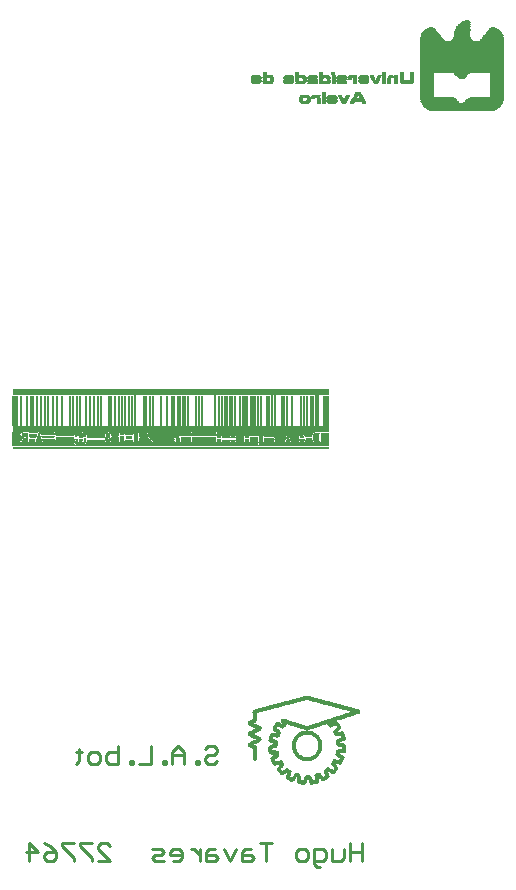
<source format=gbo>
G04 CAMtasticDXP RS274-X Output*
G04 Serial Number: 0000-00-00000*
G04 File Name:C:\UA\SALbot\Gerber files\SALbot_test\sal.gbo *
%FSLAX33Y33*%
%MOMM*%
%SFA1B1*%

%IPPOS*%
%ADD10C,0.253999*%
%ADD35R,0.279399X0.025400*%
%ADD36R,0.253999X0.025400*%
%ADD37R,0.533399X0.025400*%
%ADD38R,0.355599X0.025400*%
%ADD39R,0.609599X0.025400*%
%ADD40R,0.558799X0.025400*%
%ADD41R,0.685799X0.025400*%
%ADD42R,0.660399X0.025400*%
%ADD43R,0.711199X0.025400*%
%ADD44R,0.761998X0.025400*%
%ADD45R,0.736599X0.025400*%
%ADD46R,0.787398X0.025400*%
%ADD47R,0.812798X0.025400*%
%ADD48R,0.076200X0.025400*%
%ADD49R,0.177800X0.025400*%
%ADD50R,0.304799X0.025400*%
%ADD51R,0.838198X0.025400*%
%ADD52R,0.152400X0.025400*%
%ADD53R,0.330199X0.025400*%
%ADD54R,0.457199X0.025400*%
%ADD55R,0.228600X0.025400*%
%ADD56R,0.431799X0.025400*%
%ADD57R,0.507999X0.025400*%
%ADD58R,0.584199X0.025400*%
%ADD59R,0.406399X0.025400*%
%ADD60R,0.482599X0.025400*%
%ADD61R,0.634999X0.025400*%
%ADD62R,0.863598X0.025400*%
%ADD63R,0.380999X0.025400*%
%ADD64R,0.888998X0.025400*%
%ADD65R,0.127000X0.025400*%
%ADD66R,1.092198X0.025400*%
%ADD67R,1.117598X0.025400*%
%ADD68R,1.142998X0.025400*%
%ADD69R,1.041398X0.025400*%
%ADD70R,1.066798X0.025400*%
%ADD71R,0.203200X0.025400*%
%ADD72R,0.050800X0.025400*%
%ADD73R,0.914398X0.025400*%
%ADD74R,0.939798X0.025400*%
%ADD75R,1.168398X0.025400*%
%ADD76R,1.244598X0.025400*%
%ADD77R,1.320797X0.025400*%
%ADD78R,1.422397X0.025400*%
%ADD79R,1.473197X0.025400*%
%ADD80R,1.523997X0.025400*%
%ADD81R,1.625597X0.025400*%
%ADD82R,1.574797X0.025400*%
%ADD83R,1.498597X0.025400*%
%ADD84R,1.371597X0.025400*%
%ADD85R,1.269997X0.025400*%
%ADD86R,1.193798X0.025400*%
%ADD87R,0.965198X0.025400*%
%ADD88R,0.101600X0.025400*%
%ADD89R,1.346197X0.025400*%
%ADD90R,1.650997X0.025400*%
%ADD91R,1.828796X0.025400*%
%ADD92R,0.990598X0.025400*%
%ADD93R,1.015998X0.025400*%
%ADD94R,1.879596X0.025400*%
%ADD95R,1.219198X0.025400*%
%ADD96R,2.336795X0.025400*%
%ADD97R,2.158996X0.025400*%
%ADD98R,1.930396X0.025400*%
%ADD99R,1.777996X0.025400*%
%ADD100R,1.295397X0.025400*%
%ADD101R,1.396997X0.025400*%
%ADD102R,1.447797X0.025400*%
%ADD103R,1.549397X0.025400*%
%ADD104R,1.600197X0.025400*%
%ADD105R,1.701797X0.025400*%
%ADD106R,1.676397X0.025400*%
%ADD107R,1.727197X0.025400*%
%ADD108R,1.752596X0.025400*%
%ADD109R,1.803396X0.025400*%
%ADD110R,1.854196X0.025400*%
%ADD111R,1.904996X0.025400*%
%ADD112R,1.955796X0.025400*%
%ADD113R,1.981196X0.025400*%
%ADD114R,2.006596X0.025400*%
%ADD115R,2.031996X0.025400*%
%ADD116R,2.082796X0.025400*%
%ADD117R,2.133596X0.025400*%
%ADD118R,2.209796X0.025400*%
%ADD119R,2.184396X0.025400*%
%ADD120R,7.061186X0.025400*%
%ADD121R,2.819394X0.025400*%
%ADD122R,2.717795X0.025400*%
%ADD123R,2.920994X0.025400*%
%ADD124R,2.971794X0.025400*%
%ADD125R,2.870194X0.025400*%
%ADD126R,3.022594X0.025400*%
%ADD127R,3.073394X0.025400*%
%ADD128R,2.946394X0.025400*%
%ADD129R,3.098794X0.025400*%
%ADD130R,2.997194X0.025400*%
%ADD131R,3.124194X0.025400*%
%ADD132R,3.149594X0.025400*%
%ADD133R,3.047994X0.025400*%
%ADD134R,3.174994X0.025400*%
%ADD135R,3.200394X0.025400*%
%ADD136R,3.225794X0.025400*%
%ADD137R,3.251193X0.025400*%
%ADD138R,3.276593X0.025400*%
%ADD139R,3.301993X0.025400*%
%ADD140R,3.352793X0.025400*%
%ADD141R,3.403593X0.025400*%
%ADD142R,6.832586X0.025400*%
%ADD143R,6.807186X0.025400*%
%ADD144R,6.781786X0.025400*%
%ADD145R,6.756386X0.025400*%
%ADD146R,6.705587X0.025400*%
%ADD147R,6.680187X0.025400*%
%ADD148R,6.654787X0.025400*%
%ADD149R,6.603987X0.025400*%
%ADD150R,6.553187X0.025400*%
%ADD151R,6.502387X0.025400*%
%ADD152R,6.476987X0.025400*%
%ADD153R,6.426187X0.025400*%
%ADD154R,6.375387X0.025400*%
%ADD155R,6.299187X0.025400*%
%ADD156R,6.248388X0.025400*%
%ADD157R,6.172188X0.025400*%
%ADD158R,6.121388X0.025400*%
%ADD159R,6.019788X0.025400*%
%ADD160R,5.943588X0.025400*%
%ADD161R,5.841988X0.025400*%
%ADD162R,5.740389X0.025400*%
%ADD163R,5.587989X0.025400*%
%ADD164R,5.384789X0.025400*%
%ADD165R,26.796946X0.507999*%
%ADD166R,0.482599X2.590795*%
%ADD167R,0.101600X2.590795*%
%ADD168R,0.203200X2.590795*%
%ADD169R,0.279399X2.590795*%
%ADD170R,0.253999X2.590795*%
%ADD171R,0.127000X2.590795*%
%ADD172R,0.380999X2.590795*%
%ADD173R,0.177800X2.590795*%
%ADD174R,0.355599X2.590795*%
%ADD175R,0.228600X2.590795*%
%ADD176R,0.380999X2.514595*%
%ADD177R,0.127000X2.565395*%
%ADD178R,0.203200X2.565395*%
%ADD179R,0.355599X2.565395*%
%ADD180R,0.203200X2.514595*%
%ADD181R,0.380999X2.565395*%
%ADD182R,0.127000X2.514595*%
%ADD183R,0.279399X2.565395*%
%ADD184R,0.355599X0.050800*%
%ADD185R,0.177800X0.050800*%
%ADD186R,0.101600X0.050800*%
%ADD187R,26.796946X0.558799*%
%ADD188R,0.711199X0.914398*%
%ADD189R,4.851390X0.076200*%
%ADD190R,2.057396X0.025400*%
%ADD191R,3.378193X0.025400*%
%ADD192R,2.108196X0.025400*%
%ADD193R,3.327393X0.025400*%
%ADD194R,2.031996X0.050800*%
%ADD195R,1.244598X0.050800*%
%ADD196R,0.736599X0.050800*%
%ADD197R,8.153384X0.025400*%
%ADD198R,1.219198X0.050800*%
%ADD199R,0.050800X0.050800*%
%ADD200R,0.711199X0.101600*%
%ADD201R,8.127984X0.025400*%
%ADD202R,5.359389X0.025400*%
%ADD203R,0.330199X0.050800*%
%ADD204R,0.482599X0.050800*%
%ADD205R,0.736599X0.076200*%
%ADD206R,8.102584X0.025400*%
%ADD207R,5.333989X0.025400*%
%ADD208R,0.304799X0.050800*%
%ADD209R,0.685799X0.050800*%
%ADD210R,1.650997X0.050800*%
%ADD211R,0.101600X0.076200*%
%ADD212R,0.507999X0.050800*%
%ADD213R,8.077184X0.050800*%
%ADD214R,0.380999X0.050800*%
%ADD215R,0.660399X0.076200*%
%ADD216R,0.507999X0.177800*%
%ADD217R,5.333989X0.050800*%
%ADD218R,0.660399X0.050800*%
%ADD219R,1.193798X0.050800*%
%ADD220R,0.711199X0.127000*%
%ADD221R,8.051784X0.050800*%
%ADD222R,0.355599X0.076200*%
%ADD223R,0.355599X0.101600*%
%ADD224R,0.812798X0.050800*%
%ADD225R,1.600197X0.050800*%
%ADD226R,0.558799X0.152400*%
%ADD227R,0.609599X0.101600*%
%ADD228R,0.406399X0.152400*%
%ADD229R,1.168398X0.050800*%
%ADD230R,2.438395X0.025400*%
%ADD231R,0.634999X0.076200*%
%ADD232R,0.609599X0.076200*%
%ADD233R,1.574797X0.076200*%
%ADD234R,0.152400X0.050800*%
%ADD235R,0.634999X0.050800*%
%ADD236R,0.660399X0.634999*%
%ADD237R,0.863598X0.634999*%
%ADD238R,1.142998X0.101600*%
%ADD239R,0.025400X0.025400*%
%ADD240R,2.057396X0.584199*%
%ADD241R,2.311395X0.025400*%
%ADD242R,0.406399X0.304799*%
%ADD243R,0.203200X0.050800*%
%ADD244R,0.609599X0.050800*%
%ADD245R,0.939798X0.050800*%
%ADD246R,2.285995X0.025400*%
%ADD247R,0.584199X0.050800*%
%ADD248R,1.523997X0.076200*%
%ADD249R,1.549397X0.228600*%
%ADD250R,0.685799X0.076200*%
%ADD251R,0.888998X0.050800*%
%ADD252R,0.279399X0.050800*%
%ADD253R,2.260595X0.025400*%
%ADD254R,0.609599X0.203200*%
%ADD255R,0.761998X0.050800*%
%ADD256R,0.584199X0.152400*%
%ADD257R,0.533399X0.076200*%
%ADD258R,2.235196X0.025400*%
%ADD259R,0.228600X0.050800*%
%ADD260R,0.253999X0.101600*%
%ADD261R,1.117598X0.050800*%
%ADD262R,1.320797X0.050800*%
%ADD263R,0.863598X0.101600*%
%ADD264R,0.380999X0.076200*%
%ADD265R,0.330199X0.076200*%
%ADD266R,1.498597X0.076200*%
%ADD267R,0.203200X0.101600*%
%ADD268R,1.092198X0.050800*%
%ADD269R,0.507999X0.127000*%
%ADD270R,0.406399X0.076200*%
%ADD271R,0.355599X0.431799*%
%ADD272R,0.558799X0.050800*%
%ADD273R,0.431799X0.177800*%
%ADD274R,0.431799X0.050800*%
%ADD275R,0.584199X0.101600*%
%ADD276R,0.406399X0.228600*%
%ADD277R,1.473197X0.101600*%
%ADD278R,0.279399X0.101600*%
%ADD279R,1.066798X0.050800*%
%ADD280R,0.838198X0.127000*%
%ADD281R,0.533399X0.101600*%
%ADD282R,0.558799X0.127000*%
%ADD283R,0.406399X0.101600*%
%ADD284R,1.041398X0.127000*%
%ADD285R,0.203200X0.127000*%
%ADD286R,1.092198X0.101600*%
%ADD287R,1.498597X0.101600*%
%ADD288R,0.914398X0.050800*%
%ADD289R,1.092198X0.076200*%
%ADD290R,1.574797X0.050800*%
%ADD291R,0.634999X0.101600*%
%ADD292R,0.253999X0.050800*%
%ADD293R,0.457199X0.050800*%
%ADD294R,0.533399X0.050800*%
%ADD295R,0.888998X0.127000*%
%ADD296R,1.600197X0.076200*%
%ADD297R,0.990598X0.076200*%
%ADD298R,1.803396X0.076200*%
%ADD299R,0.965198X0.050800*%
%ADD300R,0.431799X0.076200*%
%ADD301R,0.711199X0.050800*%
%ADD302R,1.727197X0.050800*%
%ADD303R,1.777996X0.050800*%
%ADD304R,0.406399X0.050800*%
%ADD305R,2.463795X0.025400*%
%ADD306R,6.984986X0.025400*%
%ADD307R,6.197588X0.025400*%
%ADD308R,5.943588X0.050800*%
%ADD309R,14.528771X0.025400*%
%ADD310R,5.206990X0.050800*%
%ADD311R,14.554171X0.025400*%
%ADD312R,5.486389X0.076200*%
%ADD313R,14.579571X0.025400*%
%ADD314R,5.232390X0.025400*%
%ADD315R,14.604971X0.025400*%
%ADD316R,5.257789X0.025400*%
%ADD317R,14.655771X0.025400*%
%ADD318R,5.308589X0.025400*%
%ADD319R,5.511789X0.050800*%
%ADD320R,14.681171X0.025400*%
%ADD321R,14.757370X0.025400*%
%ADD322R,5.562589X0.025400*%
%ADD323R,14.808170X0.025400*%
%ADD324R,5.435589X0.025400*%
%ADD325R,14.985970X0.025400*%
%ADD326R,5.511789X0.025400*%
%ADD327R,5.664189X0.025400*%
%ADD328R,15.138370X0.025400*%
%ADD329R,26.796946X0.228600*%
G54D10*
X1566Y1751D02*
Y3274D01*
X2327Y2512*
X1312*
X2835Y2258D02*
X3089Y2512D01*
X3851*
Y2004*
X3597Y1751*
X3089*
X2835Y2004*
Y2258*
Y3274D02*
X3343Y3020D01*
X3851Y2512*
X4359Y3020D02*
X5374Y2004D01*
Y1751*
Y3274D02*
X4359D01*
Y3020*
X5882D02*
X6898Y2004D01*
Y1751*
Y3274D02*
X5882D01*
Y3020*
X7406D02*
X7660Y3274D01*
X8168*
X8421Y3020*
X7406D02*
Y2766D01*
X8421Y1751*
X7406*
X12230D02*
X11976Y2004D01*
X12230Y2258*
X12738*
X12992Y2512*
X12738Y2766*
X11976*
X12230Y1751D02*
X12992D01*
X13754D02*
X14262D01*
X14515Y2004*
Y2512*
X14262Y2766*
X13754*
X13500Y2512*
Y2258*
X14515*
X15277Y2766D02*
X15531D01*
X15785Y2512*
X16039Y2258*
Y1751*
Y2766*
X16801D02*
X16547Y2512D01*
Y1751*
X17309*
X17562Y2004*
X17309Y2258*
X16547*
X16801Y2766D02*
X17309D01*
X18070D02*
X18578Y1751D01*
X19086Y2766*
X19848D02*
X19594Y2512D01*
Y1751*
X20356*
X20610Y2004*
X20356Y2258*
X19594*
X19848Y2766D02*
X20356D01*
X21117Y3274D02*
X21625D01*
Y1751*
X22133Y3274D02*
X21117D01*
X25688Y1497D02*
Y2766D01*
X26450*
X26704Y2512*
Y2004*
X26450Y1751*
X25688*
X24926D02*
X24418D01*
X24164Y2004*
Y2512*
X24418Y2766*
X24926*
X25180Y2512*
Y2004*
X24926Y1751*
X25688Y1497D02*
X25942Y1243D01*
X26196*
X27211Y1751D02*
Y2766D01*
X28227D02*
Y2004D01*
X27973Y1751*
X27211*
X28735D02*
Y3274D01*
Y2512*
X29751*
Y1751*
Y3274*
X17501Y11270D02*
Y11016D01*
X17247Y10762*
X16739*
X16485Y10508*
Y10254*
X16739Y10001*
X17247*
X17501Y10254*
Y11270D02*
X17247Y11524D01*
X16739*
X16485Y11270*
X14200Y11524D02*
X13692Y11016D01*
Y10001*
Y10762*
X14707*
Y11016D02*
X14200Y11524D01*
X14707Y11016D02*
Y10001D01*
X15723D02*
X15977D01*
Y10254*
X15723*
Y10001*
X11914Y11524D02*
Y10001D01*
X10899*
X12930D02*
X13184D01*
Y10254*
X12930*
Y10001*
X9121Y11524D02*
Y10001D01*
X8360*
X8106Y10254*
Y10508*
Y10762*
X8360Y11016*
X9121*
X10137Y10254D02*
Y10001D01*
X10391*
Y10254*
X10137*
X7598D02*
X7344Y10001D01*
X6836*
X6582Y10254*
Y10762*
X6836Y11016*
X7344*
X7598Y10762*
Y10254*
X5820Y11270D02*
Y11016D01*
X6074*
X5566*
X5820*
Y10254*
X5566Y10001*
G54D35*
X17695Y37258D03*
Y37690D03*
X20007D03*
X21226Y36978D03*
X23563Y37690D03*
X9440Y37944D03*
X8272D03*
X8297Y37258D03*
X6240Y37156D03*
X6214Y37766D03*
X5884Y37994D03*
X2404Y37639D03*
X1338Y37537D03*
X20670Y14256D03*
Y14231D03*
Y14206D03*
Y14180D03*
Y14155D03*
Y14129D03*
Y14104D03*
Y14079D03*
Y14053D03*
Y14028D03*
Y14002D03*
Y13977D03*
Y13952D03*
Y13926D03*
Y13901D03*
Y13875D03*
Y13850D03*
Y13825D03*
Y13799D03*
Y13774D03*
Y13748D03*
Y13723D03*
X22626Y13418D03*
X23032Y13037D03*
X22067Y12148D03*
X22016Y11234D03*
X20670D03*
Y11259D03*
Y11208D03*
Y11183D03*
Y11158D03*
Y11132D03*
Y11107D03*
Y11081D03*
Y11056D03*
Y11031D03*
Y11005D03*
Y10980D03*
Y10954D03*
Y10929D03*
Y10904D03*
Y10878D03*
Y10853D03*
Y10827D03*
Y10802D03*
Y10777D03*
Y10751D03*
Y10726D03*
Y10700D03*
Y10675D03*
Y10650D03*
Y10624D03*
Y10599D03*
Y10573D03*
Y10548D03*
Y10523D03*
Y10497D03*
Y10472D03*
Y10446D03*
Y10421D03*
Y10396D03*
Y10370D03*
Y10345D03*
Y10319D03*
X22016Y11081D03*
Y11107D03*
Y11132D03*
Y11158D03*
Y11183D03*
Y11208D03*
X23438Y9507D03*
X24226Y9100D03*
X25216Y8973D03*
X25928Y8821D03*
Y8795D03*
Y8770D03*
Y8745D03*
Y8719D03*
Y8694D03*
Y8668D03*
Y8643D03*
Y8618D03*
Y8592D03*
X26486Y8567D03*
X24785Y8237D03*
X26893Y9557D03*
X28264Y11183D03*
Y11208D03*
Y11234D03*
Y11259D03*
Y11285D03*
Y11310D03*
Y11335D03*
Y11361D03*
X27147Y13113D03*
X26207Y11767D03*
X26232Y11640D03*
Y11335D03*
Y11310D03*
Y11285D03*
X23997Y11589D03*
X24023Y11716D03*
X26111Y65902D03*
Y65927D03*
Y65953D03*
Y65978D03*
Y66003D03*
X26518D03*
Y65978D03*
Y65953D03*
Y65927D03*
Y65902D03*
X26924Y66080D03*
Y66105D03*
Y66334D03*
Y66359D03*
X27534D03*
Y66334D03*
Y66130D03*
Y66105D03*
X28067Y66156D03*
X27356Y67553D03*
Y67578D03*
Y67604D03*
Y67629D03*
Y67654D03*
Y67680D03*
Y67705D03*
Y67731D03*
Y67756D03*
Y67781D03*
Y67807D03*
Y67832D03*
Y67858D03*
Y67883D03*
Y67908D03*
Y67934D03*
Y67959D03*
Y67985D03*
Y68010D03*
Y68035D03*
Y68061D03*
Y68086D03*
Y68112D03*
Y68137D03*
Y68162D03*
Y68188D03*
Y68213D03*
X27762Y68035D03*
X28347Y68010D03*
X28702Y67908D03*
X29210Y67883D03*
Y67858D03*
Y67832D03*
Y67807D03*
Y67781D03*
Y67756D03*
Y67731D03*
Y67705D03*
Y67680D03*
Y67654D03*
Y67629D03*
Y67604D03*
Y67578D03*
Y67553D03*
X29617Y67756D03*
Y67781D03*
Y68010D03*
X29210Y68188D03*
Y68213D03*
X26950Y67985D03*
Y67807D03*
X30226D03*
Y67781D03*
Y67756D03*
Y68010D03*
X29921Y68239D03*
X30709Y67934D03*
X30760Y67832D03*
X31623D03*
Y67858D03*
Y67883D03*
Y67908D03*
Y67934D03*
Y67959D03*
Y67985D03*
Y68010D03*
Y68035D03*
Y68061D03*
Y68086D03*
Y68112D03*
Y68137D03*
Y68162D03*
Y68188D03*
Y68213D03*
Y68493D03*
Y67807D03*
Y67781D03*
Y67756D03*
Y67731D03*
Y67705D03*
Y67680D03*
Y67654D03*
Y67629D03*
Y67604D03*
Y67578D03*
Y67553D03*
X32030D03*
Y67578D03*
Y67604D03*
Y67629D03*
Y67654D03*
Y67680D03*
Y67705D03*
Y67731D03*
Y67756D03*
Y67781D03*
Y67807D03*
Y67832D03*
Y67858D03*
Y67883D03*
Y67908D03*
Y67934D03*
X32665Y67908D03*
Y67883D03*
Y67858D03*
Y67832D03*
Y67807D03*
Y67781D03*
Y67756D03*
Y67731D03*
Y67705D03*
Y67680D03*
Y67654D03*
Y67629D03*
Y67604D03*
Y67578D03*
Y67553D03*
Y68162D03*
Y68188D03*
Y68213D03*
X26315Y67553D03*
X25908Y67756D03*
Y67781D03*
Y67807D03*
X25299Y67781D03*
Y67756D03*
Y67553D03*
Y67985D03*
Y68010D03*
X24918Y67959D03*
Y67934D03*
Y67832D03*
Y67807D03*
X24257Y67832D03*
Y67858D03*
Y67883D03*
Y67908D03*
Y67934D03*
Y68213D03*
Y68239D03*
Y68264D03*
Y68289D03*
Y68315D03*
Y68340D03*
Y68366D03*
Y68391D03*
Y68416D03*
Y68442D03*
Y68467D03*
Y68493D03*
X23851Y68010D03*
Y67807D03*
Y67781D03*
X24257Y67578D03*
Y67553D03*
X24587Y66283D03*
Y66257D03*
Y66232D03*
Y66207D03*
Y66181D03*
Y66156D03*
X25248Y66130D03*
X25273Y66207D03*
Y66232D03*
X25248Y66283D03*
Y66308D03*
X25629D03*
Y66283D03*
Y66257D03*
X25756Y66562D03*
X26111D03*
Y66537D03*
Y66257D03*
Y66232D03*
Y66207D03*
Y66181D03*
Y66156D03*
Y66130D03*
Y66105D03*
Y66080D03*
Y66054D03*
Y66029D03*
X26518D03*
Y66054D03*
Y66080D03*
Y66105D03*
Y66130D03*
Y66156D03*
Y66181D03*
Y66207D03*
Y66232D03*
Y66257D03*
Y66283D03*
Y66308D03*
Y66334D03*
Y66359D03*
Y66384D03*
Y66410D03*
Y66435D03*
Y66461D03*
Y66486D03*
Y66511D03*
Y66537D03*
Y66562D03*
X23241Y67756D03*
Y67781D03*
Y68010D03*
X22174Y67959D03*
Y67934D03*
Y67908D03*
Y67883D03*
Y67858D03*
Y67832D03*
Y67807D03*
X21514D03*
Y67832D03*
Y67858D03*
Y67883D03*
Y67908D03*
Y67934D03*
Y67959D03*
Y68213D03*
Y68239D03*
Y68264D03*
Y68289D03*
Y68315D03*
Y68340D03*
Y68366D03*
Y68391D03*
Y68416D03*
Y68442D03*
Y68467D03*
Y68493D03*
X21108Y68010D03*
Y67807D03*
Y67781D03*
X20498D03*
Y67756D03*
Y68010D03*
X20803Y68239D03*
X21514Y67578D03*
Y67553D03*
G54D36*
X18826Y37232D03*
X21213Y37258D03*
X23525Y37232D03*
X23550Y37715D03*
X10621Y37944D03*
Y37258D03*
X9453D03*
X8285Y37588D03*
X6710Y41195D03*
X6227Y37740D03*
X6253Y37715D03*
X5948Y37690D03*
X5999Y37283D03*
X2417Y37664D03*
X27566Y13520D03*
X27490Y10294D03*
X27312Y9151D03*
X25534Y8237D03*
X23858Y8491D03*
X23019Y9049D03*
X26912Y66130D03*
X26962Y67832D03*
Y67858D03*
Y67883D03*
Y67908D03*
Y67934D03*
Y67959D03*
X27750Y68010D03*
X27724Y67781D03*
Y67756D03*
X28359D03*
Y67781D03*
Y68035D03*
X25896Y68010D03*
X24930Y67908D03*
Y67883D03*
Y67858D03*
X24702Y68239D03*
X26531Y66842D03*
X38697Y72887D03*
G54D37*
X23057Y9176D03*
X24277Y8999D03*
X24708Y8262D03*
X24505Y10573D03*
X25750D03*
X27960D03*
X27985Y10548D03*
X27274Y9253D03*
X26918Y9481D03*
X28112Y12072D03*
X27502Y13418D03*
X25775Y12377D03*
X24480D03*
X22372Y11767D03*
X22143Y11970D03*
X22118Y11310D03*
X20975Y12072D03*
X21000Y12910D03*
Y12986D03*
X20390Y13342D03*
X20543Y13571D03*
X20390Y12529D03*
Y12428D03*
Y11615D03*
Y11539D03*
X25899Y37842D03*
X30912Y67731D03*
X32233Y68162D03*
X29464Y66715D03*
X28220Y66080D03*
X26746Y67578D03*
X24689D03*
X21946D03*
G54D38*
X8285Y37309D03*
Y37639D03*
Y37893D03*
X6176Y37791D03*
X1300Y37461D03*
X21213Y37029D03*
X24718Y37639D03*
X25988Y41195D03*
X28232Y65902D03*
X28944D03*
Y65927D03*
X28969Y65978D03*
X30925Y67553D03*
X33998Y67807D03*
X29655Y67731D03*
X29172Y68010D03*
X28740D03*
X28842Y68213D03*
X28309Y67731D03*
X29452Y66842D03*
X29248Y66511D03*
Y66486D03*
X29223Y66435D03*
X29198Y66410D03*
X29172Y66359D03*
X29147Y66308D03*
X28994Y66029D03*
X29731Y66359D03*
X29680Y66461D03*
X24626Y66105D03*
X24880Y68010D03*
X24295D03*
X25565Y68239D03*
X23279Y67731D03*
X20536D03*
X20708Y14282D03*
X22410Y13063D03*
Y13037D03*
X22384Y13012D03*
Y12986D03*
Y12961D03*
Y12936D03*
X22435Y13088D03*
X22461Y13113D03*
X23019Y13063D03*
X22689Y12605D03*
X22461Y11691D03*
X22562Y10675D03*
X22232Y10345D03*
X22994Y9888D03*
Y9862D03*
X22969Y9811D03*
X22943Y9786D03*
X22918Y9761D03*
X22892Y9735D03*
X22867Y9684D03*
X22842Y9659D03*
X22765Y9557D03*
Y9532D03*
X22740Y9507D03*
Y9456D03*
X23426Y9481D03*
X23527Y8846D03*
X24035Y8795D03*
X23832Y8541D03*
X24467D03*
X25559Y8262D03*
X25890Y8567D03*
X25991Y10777D03*
X26017Y10802D03*
X26042Y10827D03*
X26067Y10878D03*
X26093Y10929D03*
X26144Y11005D03*
X24112Y10980D03*
X24162Y10904D03*
X24188Y10853D03*
X24213Y10827D03*
X27337Y9913D03*
X27591Y9608D03*
Y9557D03*
X27566Y9507D03*
X28074Y10446D03*
X27769Y11742D03*
Y11793D03*
X28176Y12148D03*
X27515Y12682D03*
X27820Y13037D03*
Y13063D03*
X27795Y13113D03*
X27769Y13164D03*
X27744Y13190D03*
X27718Y13215D03*
X27160Y13139D03*
X26017Y12174D03*
X26042Y12123D03*
X26067Y12097D03*
X26093Y12047D03*
X24162Y12072D03*
X24188Y12097D03*
X24213Y12148D03*
X24239Y12174D03*
X24137Y12021D03*
G54D39*
X19461Y37436D03*
Y37512D03*
X11231Y37715D03*
X11206Y37817D03*
X1909Y37664D03*
X20835Y14358D03*
X20479Y13520D03*
X20454Y13494D03*
Y13291D03*
Y12580D03*
X20479Y12605D03*
X20454Y12377D03*
Y11666D03*
Y11462D03*
X20479Y11437D03*
X20505Y11412D03*
X20429Y11488D03*
X20911Y11920D03*
Y12123D03*
Y12834D03*
X20810Y12783D03*
X20962Y13012D03*
X22181Y11945D03*
X22334Y11793D03*
X22156Y11335D03*
X22181Y11056D03*
X23070Y9202D03*
X24721Y8287D03*
X26067Y8973D03*
Y8999D03*
X26550Y8694D03*
X24594Y10523D03*
X26931Y9456D03*
X27261Y9278D03*
X28049Y12021D03*
X24594Y12428D03*
X27216Y65902D03*
X30925Y67807D03*
X29452Y66664D03*
Y66638D03*
G54D40*
X5872Y36978D03*
X5897Y37944D03*
X2417Y37232D03*
X1198Y37156D03*
X25277Y37359D03*
X25226Y37690D03*
X23223Y13621D03*
X22969Y13113D03*
X20403Y13444D03*
X20810Y14333D03*
X20987Y11970D03*
X20530Y11386D03*
X20403Y11513D03*
X22511Y9913D03*
X24543Y10548D03*
X25712D03*
X26067Y9024D03*
X26550Y8668D03*
X25636Y8287D03*
X25178Y8872D03*
X27871Y10624D03*
X27845Y10650D03*
X27922Y10599D03*
X27896Y11666D03*
Y11894D03*
X25102Y12885D03*
X24518Y12402D03*
X38189Y68035D03*
X38621Y72811D03*
X30925Y67756D03*
X29452Y66689D03*
X28232Y66105D03*
G54D41*
X18254Y37258D03*
Y37690D03*
X25290Y37232D03*
X11167Y37207D03*
X11269Y37613D03*
X11193Y37918D03*
X10050Y37893D03*
X8881Y37283D03*
X499Y37207D03*
X20721Y12224D03*
X20771Y12199D03*
X20822Y12174D03*
X22245Y11894D03*
Y11437D03*
X22194Y11361D03*
X23286Y13596D03*
X22372Y10777D03*
X23769Y8668D03*
X24251Y8872D03*
X24708Y8313D03*
X25191Y8694D03*
X26105Y8922D03*
X26563Y8719D03*
X26944Y9430D03*
X27909Y10904D03*
X28061Y11488D03*
X24918Y65902D03*
Y66537D03*
X29921Y68188D03*
G54D42*
X5872Y37004D03*
X8869Y37309D03*
X8818Y37537D03*
X11256Y37639D03*
X11180Y37232D03*
X18267Y37664D03*
X19410D03*
X24083Y37537D03*
X25201Y37766D03*
X25277Y37258D03*
X1935Y37817D03*
X20505Y13266D03*
X20530Y13240D03*
X20581Y13215D03*
X20632Y13190D03*
X20683Y13164D03*
X20733Y13139D03*
X20784Y13113D03*
X20835Y13088D03*
X20886Y13063D03*
X20683Y12250D03*
X20632Y12275D03*
X20530Y12326D03*
Y11716D03*
X20683Y11793D03*
X20733Y11818D03*
X22308D03*
X22207Y11920D03*
X22308Y11513D03*
X23070Y9227D03*
X23426Y9380D03*
X23781Y8643D03*
X24264Y8897D03*
X25661Y8313D03*
X25128Y10243D03*
X28074Y11132D03*
X29268Y14358D03*
X38189Y68061D03*
X40882Y72201D03*
X38596Y72785D03*
X35598Y72201D03*
X29909Y67578D03*
X29452Y66588D03*
X28055Y68213D03*
X25591D03*
X23533Y67578D03*
X20790D03*
G54D43*
X18241Y37232D03*
X19410Y37207D03*
X24058Y37512D03*
X24134Y37715D03*
X11282Y37588D03*
X11206Y37944D03*
X10037Y37918D03*
Y37283D03*
X8869Y37258D03*
X8793Y37512D03*
X5897Y37893D03*
X22257Y11869D03*
X22283Y11843D03*
Y11488D03*
X22257Y11462D03*
X22232Y11412D03*
X22207Y11386D03*
X23426Y9354D03*
X24239Y8846D03*
X24696Y8338D03*
X25686D03*
X26118Y8897D03*
X27972Y11615D03*
X25128Y12707D03*
X27216Y65927D03*
X29909Y67604D03*
X29452Y66562D03*
X25896Y66511D03*
X23559Y68188D03*
X20790D03*
X38189Y68112D03*
Y68086D03*
X40907Y72176D03*
X38570Y72760D03*
G54D44*
X18241Y37207D03*
X18267Y37740D03*
X19384Y37182D03*
X24134Y37740D03*
X25277Y37207D03*
X11129Y37156D03*
X11307Y37537D03*
X8869Y37207D03*
Y37969D03*
X5897Y37867D03*
X1985Y38045D03*
X538Y37969D03*
Y37334D03*
X25128Y12910D03*
X24696Y8364D03*
X25686Y8389D03*
X26575Y8745D03*
X27998Y11564D03*
X29217Y14333D03*
X22257Y11031D03*
X22334Y10827D03*
X27216Y65953D03*
X29909Y68162D03*
X28969Y68137D03*
Y68112D03*
Y68086D03*
X28055Y68188D03*
X27978Y67832D03*
X25870Y66461D03*
Y66435D03*
Y66410D03*
Y66384D03*
Y66359D03*
X24930Y66511D03*
X23559Y68162D03*
X20790D03*
X38189Y68137D03*
G54D45*
X18254Y37715D03*
X19422Y37740D03*
X24045Y37486D03*
X24121Y37207D03*
X25163Y37791D03*
X11294Y37563D03*
X11193Y37969D03*
X11142Y37182D03*
X10050Y37944D03*
X8881D03*
Y37232D03*
X5884Y37029D03*
X20898Y14383D03*
X23311Y13571D03*
X22473Y12529D03*
X22346Y10802D03*
X23769Y8694D03*
X25699Y8364D03*
X26131Y8872D03*
X27934Y10929D03*
X28036Y11107D03*
Y11513D03*
X28010Y11539D03*
X27985Y11589D03*
X29230Y14383D03*
X33579Y67553D03*
X35586Y72176D03*
X38557Y72734D03*
X28982Y68162D03*
X28118Y67985D03*
X28042Y67578D03*
X27229Y66511D03*
X29464Y66537D03*
X25883Y66486D03*
X25603Y68188D03*
X23546Y67604D03*
X20777D03*
G54D46*
X19346Y37156D03*
X24121Y37182D03*
X11320Y37512D03*
X11193Y37994D03*
X10050Y37969D03*
X5884Y37055D03*
X550Y37359D03*
Y37639D03*
Y37994D03*
X22448Y12504D03*
X22346Y12275D03*
X22321Y12250D03*
X22270Y11005D03*
X22321Y10853D03*
X23769Y8719D03*
X24683Y8389D03*
X25699Y8414D03*
Y8440D03*
X27960Y10954D03*
X28010Y11081D03*
X29204Y14409D03*
X24918Y65927D03*
X27229Y66486D03*
X28042Y67604D03*
X28956Y68035D03*
Y68061D03*
X29921Y68137D03*
Y67629D03*
X35586Y72150D03*
X38532Y72709D03*
X40920Y72150D03*
X25603Y68162D03*
X23546Y67629D03*
X20777D03*
X20803Y68137D03*
G54D47*
X18241Y37182D03*
X18267Y37766D03*
X19410D03*
X11333Y37486D03*
X10037Y37207D03*
Y37994D03*
X8869D03*
X8767Y37486D03*
X563Y37613D03*
Y38020D03*
X23350Y13545D03*
X22435Y12478D03*
X22410Y12453D03*
X22384Y12377D03*
X22359Y12326D03*
Y12301D03*
X22283Y10980D03*
Y10954D03*
X22308Y10904D03*
Y10878D03*
X25128Y10269D03*
X24696Y8491D03*
Y8465D03*
Y8440D03*
Y8414D03*
X25686Y8465D03*
Y8491D03*
X26575Y8770D03*
X27972Y10980D03*
X27998Y11031D03*
Y11056D03*
X27896Y12377D03*
X27871Y12402D03*
X27216Y65978D03*
X29909Y67654D03*
X28029Y67883D03*
X28004Y67858D03*
X28080Y67959D03*
X28055Y68137D03*
Y68162D03*
X27242Y66461D03*
X24930Y66486D03*
X25565Y67959D03*
X23559Y68137D03*
X23533Y67654D03*
X20790D03*
X38189Y68162D03*
Y68188D03*
X38519Y72684D03*
G54D48*
X17517Y37182D03*
Y37766D03*
X21048Y37182D03*
X14292Y37766D03*
X8272Y37994D03*
Y37537D03*
X8094D03*
X5757Y37740D03*
X23083Y13748D03*
X23057Y12986D03*
X22880Y10243D03*
X23870Y8440D03*
X27452Y10319D03*
X27121Y13063D03*
G54D49*
X8145Y37486D03*
X6316Y37258D03*
X5884Y37156D03*
X5630Y37283D03*
X5554Y37766D03*
X2252Y41195D03*
X21226Y36953D03*
X22140Y41195D03*
X22369D03*
X23410D03*
X28855Y68239D03*
X27579Y13545D03*
X27883Y9938D03*
X27325Y9126D03*
X23870Y8465D03*
X23438Y9532D03*
X20670Y10269D03*
G54D50*
X5872Y36953D03*
X8285Y37613D03*
X9453Y37283D03*
X10621D03*
X10647Y37918D03*
X17683Y37664D03*
X18826Y37690D03*
Y37258D03*
X20019Y37664D03*
X21213Y37004D03*
X23525Y37258D03*
X23550Y37664D03*
X24718Y37690D03*
Y37258D03*
X21213Y37283D03*
Y37690D03*
X5948Y37664D03*
X5999Y37309D03*
X1325Y37512D03*
X25102Y15679D03*
X25128Y12834D03*
X24086Y11920D03*
X24061Y11869D03*
Y11843D03*
X24035Y11818D03*
Y11793D03*
Y11767D03*
Y11742D03*
X24010Y11666D03*
Y11640D03*
Y11615D03*
X23985Y11539D03*
Y11513D03*
Y11488D03*
Y11462D03*
X24010Y11412D03*
Y11386D03*
Y11361D03*
Y11335D03*
Y11310D03*
Y11285D03*
Y11259D03*
X26220D03*
Y11234D03*
X26245Y11361D03*
Y11386D03*
Y11412D03*
Y11437D03*
Y11462D03*
Y11488D03*
Y11513D03*
Y11539D03*
Y11564D03*
Y11589D03*
Y11615D03*
X26220Y11666D03*
Y11691D03*
Y11716D03*
Y11742D03*
X26194Y11793D03*
Y11818D03*
Y11843D03*
X26169Y11894D03*
X26194Y11183D03*
Y11158D03*
Y11132D03*
Y11107D03*
X26169Y11081D03*
X26220Y11208D03*
X24035D03*
Y11158D03*
X24061Y11132D03*
Y11107D03*
X23604Y9176D03*
X23578Y9100D03*
X23553Y9024D03*
Y8999D03*
X23527Y8973D03*
Y8922D03*
X23502Y8872D03*
X23858Y8516D03*
X24442Y8567D03*
Y8592D03*
Y8618D03*
Y8643D03*
Y8668D03*
Y8694D03*
Y8719D03*
Y8745D03*
Y8770D03*
Y8795D03*
X25001Y8668D03*
Y8643D03*
Y8618D03*
X24975Y8567D03*
Y8541D03*
X25407Y8567D03*
Y8592D03*
Y8618D03*
X25382Y8643D03*
Y8668D03*
X25915Y8846D03*
X26093Y9126D03*
X26779Y9100D03*
Y9075D03*
X26804Y9049D03*
Y9024D03*
X26753Y9176D03*
X26728Y9227D03*
X26702Y9278D03*
X28049Y10345D03*
Y10370D03*
X27693Y10827D03*
X27744Y11767D03*
X28201Y12174D03*
Y12199D03*
X28176Y12224D03*
Y12250D03*
Y12275D03*
Y12301D03*
X28150Y12326D03*
Y12351D03*
X23197Y13317D03*
Y13342D03*
X23121Y13698D03*
X20657D03*
Y11285D03*
X22486Y11615D03*
Y11640D03*
Y11666D03*
X22054Y12047D03*
Y12072D03*
Y12097D03*
Y12123D03*
X22080Y12174D03*
Y12199D03*
Y12224D03*
X22588Y10751D03*
Y10726D03*
X23019Y9075D03*
X33135Y67934D03*
Y67959D03*
Y67985D03*
Y68010D03*
Y68035D03*
Y68061D03*
Y68086D03*
Y68112D03*
Y68137D03*
Y68162D03*
Y68188D03*
Y68213D03*
Y68239D03*
Y68264D03*
Y68289D03*
Y68315D03*
Y68340D03*
Y68366D03*
Y68391D03*
Y68416D03*
Y68442D03*
Y68467D03*
Y68493D03*
X34024D03*
Y68467D03*
Y68442D03*
Y68416D03*
Y68391D03*
Y68366D03*
Y68340D03*
Y68315D03*
Y68289D03*
Y68264D03*
Y68239D03*
Y68213D03*
Y68188D03*
Y68162D03*
Y68137D03*
Y68112D03*
Y68086D03*
Y68061D03*
Y68035D03*
Y68010D03*
Y67985D03*
Y67959D03*
Y67934D03*
Y67908D03*
X32652Y67934D03*
Y67959D03*
X32042D03*
X31611Y68315D03*
Y68340D03*
Y68366D03*
Y68391D03*
Y68416D03*
Y68442D03*
Y68467D03*
X31255Y68213D03*
X31204Y68112D03*
X31179Y68035D03*
X31153Y68010D03*
Y67985D03*
X31128Y67934D03*
X31103Y67908D03*
Y67883D03*
X31077Y67858D03*
Y67832D03*
X30747Y67858D03*
X30722Y67883D03*
Y67908D03*
X30696Y67959D03*
X30671Y68010D03*
X30645Y68061D03*
X30595Y68188D03*
X30214Y68035D03*
X29629D03*
X29198Y67959D03*
Y67934D03*
Y67908D03*
X28715Y67934D03*
Y67959D03*
Y67985D03*
X27750Y67731D03*
X26937Y67781D03*
X27343Y68315D03*
Y68340D03*
Y68366D03*
Y68391D03*
Y68416D03*
Y68442D03*
Y68467D03*
Y68493D03*
X27902Y66511D03*
X27928Y66461D03*
X27953Y66410D03*
X27978Y66359D03*
Y66334D03*
X28004Y66308D03*
Y66283D03*
X28029Y66257D03*
Y66232D03*
X28055Y66207D03*
Y66181D03*
X28385D03*
Y66156D03*
X28410Y66207D03*
Y66232D03*
X28436Y66257D03*
X28461Y66308D03*
Y66334D03*
X28512Y66435D03*
X28537Y66486D03*
X28563Y66562D03*
X27521Y66080D03*
X26531Y66638D03*
Y66664D03*
Y66689D03*
Y66715D03*
Y66740D03*
Y66765D03*
Y66791D03*
Y66816D03*
X26099Y66308D03*
Y66283D03*
X25642Y66334D03*
X25235D03*
X25261Y66257D03*
Y66181D03*
Y66156D03*
X24600Y66130D03*
Y66308D03*
X24905Y67781D03*
Y67985D03*
X25311Y68035D03*
Y67807D03*
X25896Y68035D03*
X26302Y67985D03*
Y67959D03*
Y67934D03*
Y67908D03*
Y67883D03*
Y67858D03*
Y67832D03*
Y67807D03*
Y67578D03*
Y68213D03*
Y68239D03*
Y68264D03*
Y68289D03*
Y68315D03*
Y68340D03*
Y68366D03*
Y68391D03*
Y68416D03*
Y68442D03*
Y68467D03*
Y68493D03*
X24270Y67985D03*
Y67959D03*
Y67807D03*
X23838Y67756D03*
Y68035D03*
X23559Y68239D03*
X23254Y68035D03*
X22162Y67985D03*
Y67781D03*
X21527D03*
Y67985D03*
X21095Y68035D03*
Y67756D03*
X20511Y68035D03*
G54D51*
X8881Y37182D03*
X5884Y37080D03*
X576Y37436D03*
X22397Y12428D03*
Y12402D03*
X22372Y12351D03*
X22295Y10929D03*
X23769Y8745D03*
X24708Y8516D03*
X25674D03*
X26563Y8795D03*
X27985Y11005D03*
X27858Y12428D03*
X25115Y15603D03*
Y12682D03*
X25290Y37182D03*
X24147Y37766D03*
X24918Y65953D03*
X27229Y66435D03*
X28042Y67629D03*
Y67908D03*
X28067Y67934D03*
X29921Y68086D03*
Y68112D03*
X35560Y72125D03*
X40920D03*
X25603Y68137D03*
Y68112D03*
X25578Y67934D03*
Y67578D03*
X23546Y68086D03*
Y68112D03*
X20803D03*
Y68086D03*
G54D52*
X18826Y37207D03*
Y37740D03*
X21213D03*
Y37232D03*
X21086Y37156D03*
X23550Y37207D03*
Y37740D03*
X24718D03*
X8285Y37207D03*
X22613Y13444D03*
X23019Y9024D03*
X24213Y9126D03*
X26474Y8516D03*
X26880Y9608D03*
G54D53*
X17695Y37283D03*
X18838D03*
Y37664D03*
X21200D03*
Y37309D03*
X23537Y37283D03*
X24706D03*
Y37664D03*
X23080Y41195D03*
X20438D03*
X18660D03*
X14139Y37156D03*
X10634Y37309D03*
X9440D03*
Y37867D03*
X8272Y37918D03*
X8297Y37283D03*
X5935Y37639D03*
X1846Y41195D03*
X1312Y37639D03*
Y37486D03*
X20644Y13672D03*
X22626Y13393D03*
X22702Y12580D03*
Y12555D03*
X22041Y11259D03*
X22575Y10700D03*
X22219Y10319D03*
Y10294D03*
X22245Y10269D03*
Y10243D03*
X22270Y10218D03*
Y10192D03*
X22295Y10167D03*
Y10142D03*
X22448Y9862D03*
X23007Y9913D03*
X22829Y10192D03*
X22727Y9481D03*
X23616Y9227D03*
Y9202D03*
X23591Y9151D03*
Y9126D03*
X23565Y9075D03*
Y9049D03*
X23540Y8948D03*
X23515Y8897D03*
X24429Y8821D03*
X24988Y8592D03*
X25420Y8541D03*
X26512Y8592D03*
X26055Y10853D03*
X26080Y10904D03*
X26105Y10954D03*
X26131Y10980D03*
X26156Y11031D03*
Y11056D03*
X24099Y11031D03*
Y11005D03*
X24124Y10954D03*
X24150Y10929D03*
X24175Y10878D03*
X24226Y10802D03*
X24073Y11056D03*
Y11081D03*
X24048Y11183D03*
X27706Y10802D03*
X28061Y10396D03*
X28087Y10421D03*
X28036Y10319D03*
X28010Y10294D03*
Y10269D03*
Y10243D03*
X27858Y9964D03*
X27325D03*
Y9938D03*
Y9989D03*
X27604Y9583D03*
X27579Y9532D03*
X27299Y9176D03*
X26766Y9151D03*
Y9126D03*
X26740Y9202D03*
X26715Y9253D03*
X26817Y8999D03*
Y8973D03*
X26842Y8948D03*
Y8922D03*
X28239Y11386D03*
X27502Y12631D03*
Y12656D03*
X27807Y13088D03*
X27782Y13139D03*
X27553Y13494D03*
X26080Y12072D03*
X26105Y12021D03*
X26131Y11996D03*
Y11970D03*
X26156Y11945D03*
Y11920D03*
X26182Y11869D03*
X24073Y11894D03*
X24099Y11945D03*
Y11970D03*
X24124Y11996D03*
X24150Y12047D03*
X24200Y12123D03*
X24023Y11691D03*
X23997Y11564D03*
Y11437D03*
X24023Y11234D03*
X33147Y67832D03*
Y67858D03*
Y67883D03*
Y67908D03*
X34011Y67883D03*
Y67858D03*
Y67832D03*
X32639Y67985D03*
X32055D03*
X31191Y68061D03*
Y68086D03*
X31217Y68137D03*
X31242Y68162D03*
Y68188D03*
X31141Y67959D03*
X30683Y67985D03*
X30658Y68035D03*
X30633Y68086D03*
Y68112D03*
X30607Y68137D03*
Y68162D03*
X30582Y68213D03*
X29185Y67985D03*
X28550Y66537D03*
Y66511D03*
X28524Y66461D03*
X28499Y66410D03*
Y66384D03*
X28474Y66359D03*
X28448Y66283D03*
X27966Y66384D03*
X27940Y66435D03*
X27915Y66486D03*
X27889Y66537D03*
Y66562D03*
X26924Y68010D03*
X26315Y67781D03*
X25883Y67731D03*
X25324D03*
X24283Y67781D03*
X24613Y66334D03*
X25222Y66105D03*
X26086Y66334D03*
X22149Y68010D03*
X21539D03*
G54D54*
X5897Y37969D03*
X1249Y37690D03*
X20352Y13393D03*
X21038Y12936D03*
Y12021D03*
X22105Y11996D03*
X22994Y13088D03*
X20581Y11335D03*
X22283Y10421D03*
X23045Y9151D03*
X23578Y8795D03*
X24289Y9049D03*
X25178Y8922D03*
X26067Y9075D03*
X25864Y8541D03*
X25839Y10624D03*
X25864Y10650D03*
X25102Y10218D03*
X26906Y9507D03*
X27769Y10726D03*
X27744Y12351D03*
X27515Y13444D03*
X25839Y12326D03*
X25128Y12732D03*
X24391Y12326D03*
X24366Y12301D03*
X28232Y66003D03*
X30925Y67654D03*
X29452Y66791D03*
G54D55*
X17695Y37715D03*
X18838D03*
X20007D03*
X24706D03*
Y37232D03*
X11802Y37969D03*
X8272D03*
X6265Y37690D03*
X6341Y37512D03*
X6291Y37207D03*
X6265Y37182D03*
X6011Y37258D03*
X5529Y37690D03*
X2404D03*
X1363Y37563D03*
X27655Y12326D03*
X26105Y9151D03*
X26486Y8541D03*
X22422Y9837D03*
X20670Y10294D03*
X26746Y68239D03*
X35662Y72303D03*
X21946Y68239D03*
G54D56*
X11802Y37817D03*
X25950Y37944D03*
X25115Y15653D03*
Y12859D03*
X25877Y12301D03*
X25902Y12275D03*
X24353D03*
Y10675D03*
X24378Y10650D03*
X24327Y10700D03*
X25902Y10675D03*
X23819Y8567D03*
X26791Y8872D03*
X28036Y10497D03*
X28188Y11412D03*
X27172Y13164D03*
X23159Y13672D03*
X22600Y12707D03*
X22575Y12732D03*
X22549Y12758D03*
X22499Y12809D03*
X22473Y12834D03*
X22448Y12859D03*
X20340Y12478D03*
X20594Y13621D03*
X20746Y14307D03*
X22270Y10396D03*
X22524Y10624D03*
X22803Y10167D03*
X22473Y9888D03*
X28220Y65978D03*
X30912Y67629D03*
X29464Y66816D03*
X25705Y67553D03*
X24689D03*
X21946D03*
G54D57*
X1223Y37232D03*
X21013Y12961D03*
Y12047D03*
Y11996D03*
X20556Y11361D03*
X22689Y13342D03*
X22435Y10548D03*
X22410Y10523D03*
X22765Y10142D03*
X23426Y9430D03*
X23807Y8592D03*
X24289Y9024D03*
X25178Y8897D03*
X26067Y9049D03*
X27820Y10675D03*
X27795Y10700D03*
X28150Y11437D03*
X27845Y11869D03*
X27185Y13190D03*
X25813Y12351D03*
X38189Y68010D03*
X35624Y72252D03*
X38646Y72836D03*
X30925Y67705D03*
X29909Y67553D03*
X29452Y66740D03*
X28232Y66054D03*
X26734Y68213D03*
X24930Y66562D03*
X23533Y67553D03*
X20790D03*
G54D58*
X10050Y37486D03*
Y37715D03*
X2404Y37207D03*
X1896Y37690D03*
X25214Y37715D03*
X25264Y37334D03*
X22702Y13317D03*
X22346Y11539D03*
X20949Y11945D03*
Y12097D03*
Y12859D03*
X20975Y12885D03*
X20416Y12555D03*
Y12402D03*
Y11640D03*
Y13317D03*
X20441Y13469D03*
X20492Y13545D03*
X23438Y9405D03*
X23794Y8618D03*
X24277Y8948D03*
Y8973D03*
X25191Y8846D03*
Y8821D03*
Y8795D03*
X27833Y10878D03*
X28087Y12047D03*
X27477Y13393D03*
X27198Y13215D03*
X25724Y12402D03*
X30912Y67781D03*
X35611Y72226D03*
X40869D03*
X28042Y67553D03*
X28220Y66130D03*
G54D59*
X18851Y37588D03*
X21213Y37055D03*
X25963Y37258D03*
Y37969D03*
X11790Y37842D03*
X5668Y37791D03*
X1274Y37664D03*
Y37385D03*
Y37969D03*
X22664Y13367D03*
X22537Y12783D03*
X22613Y12682D03*
X22638Y12656D03*
X22410Y12885D03*
X22105Y12021D03*
X22435Y11716D03*
X22537Y10650D03*
X22257Y10370D03*
X22791Y9380D03*
X22816Y9354D03*
X23045Y9126D03*
X23426Y9456D03*
X23553Y8821D03*
X24264Y9075D03*
X25178Y8948D03*
X26067Y9100D03*
X26525Y8618D03*
X25915Y10700D03*
X24289Y10726D03*
X27744Y10751D03*
Y10853D03*
X28049Y10472D03*
X27541Y10269D03*
X27464Y9761D03*
X27439Y9786D03*
X27414Y9811D03*
X27287Y9202D03*
X27795Y11716D03*
Y11818D03*
X28176Y12123D03*
X27972Y12631D03*
X27541Y12732D03*
X27566Y12758D03*
X27591Y12783D03*
X27617Y12809D03*
X27642Y12834D03*
X27668Y12859D03*
X27693Y12885D03*
X27718Y12910D03*
X27744Y12936D03*
X27769Y12961D03*
X27795Y12986D03*
X25940Y12250D03*
X24315D03*
X24264Y12199D03*
X28232Y65927D03*
Y65953D03*
X30925Y67604D03*
X32246Y68213D03*
X28842Y68188D03*
X27801Y67807D03*
X26734Y67553D03*
X25692Y67985D03*
X38189D03*
X38672Y72861D03*
G54D60*
X1236Y37258D03*
Y37715D03*
X2404Y37359D03*
X25925Y37283D03*
Y37918D03*
X23184Y13647D03*
X20568Y13596D03*
X20365Y13418D03*
Y13367D03*
Y12504D03*
Y12453D03*
Y11589D03*
Y11564D03*
X22397D03*
Y11742D03*
X22473Y10573D03*
X22499Y10599D03*
X22372Y10497D03*
X22346Y10472D03*
X22321Y10446D03*
X24404Y10624D03*
X24454Y10599D03*
X25801D03*
X26537Y8643D03*
X26766Y8846D03*
X27274Y9227D03*
X27807Y9989D03*
X27553Y10243D03*
X28010Y10523D03*
X28163Y11158D03*
X27858Y11691D03*
X27833Y11843D03*
X28137Y12097D03*
X24429Y12351D03*
X30912Y67680D03*
X32233Y68188D03*
X29464Y66765D03*
X28220Y66029D03*
X27229Y66562D03*
X24689Y68213D03*
X21946D03*
X40869Y72252D03*
G54D61*
X8831Y37563D03*
X8881Y37817D03*
X5910Y37918D03*
X24096Y37563D03*
X25214Y37740D03*
X25115Y15628D03*
X25648Y12428D03*
Y10523D03*
X26080Y8948D03*
X25191Y8770D03*
Y8745D03*
Y8719D03*
X24277Y8922D03*
X28087Y11462D03*
X27934Y11640D03*
Y11920D03*
X27960Y11945D03*
X27985Y11970D03*
X28010Y11996D03*
X20873Y11894D03*
X20822Y11869D03*
X20771Y11843D03*
X20644Y11767D03*
X20594Y11742D03*
X20492Y11691D03*
Y12351D03*
X20594Y12301D03*
X20568Y12656D03*
X20517Y12631D03*
X20619Y12682D03*
X20670Y12707D03*
X20721Y12732D03*
X20771Y12758D03*
X20873Y12809D03*
X20924Y13037D03*
X20873Y12148D03*
X29921Y68213D03*
X29464Y66613D03*
X27229Y66537D03*
X23546Y68213D03*
X20803D03*
G54D62*
X11333Y37461D03*
X11206Y38020D03*
X10037D03*
Y37182D03*
X8869Y38020D03*
X588Y37461D03*
X20962Y14409D03*
X23781Y8770D03*
X27693Y10167D03*
Y10192D03*
X27718Y10218D03*
X27845Y12453D03*
Y12478D03*
X27820Y12504D03*
Y12529D03*
X27795Y12580D03*
X27769Y12605D03*
X29166Y14307D03*
X27216Y66003D03*
X29909Y67680D03*
Y67705D03*
X32373Y68137D03*
X28055Y68112D03*
Y68086D03*
Y68061D03*
Y67654D03*
X27242Y66410D03*
X27216Y66029D03*
X24930Y66461D03*
X24549Y67604D03*
Y68188D03*
X25591Y68086D03*
Y68061D03*
Y67908D03*
Y67629D03*
Y67604D03*
X26581Y68188D03*
X23533Y67705D03*
Y67680D03*
X24930Y65978D03*
X21806Y67604D03*
Y68188D03*
X20790Y67705D03*
Y67680D03*
X38189Y68213D03*
X38494Y72658D03*
G54D63*
X17670Y37588D03*
X18838Y37309D03*
X23537D03*
X24706D03*
Y37613D03*
X10634Y37766D03*
X10609Y37436D03*
X9466D03*
X8272Y37664D03*
X1795Y37156D03*
X20619Y13647D03*
Y11310D03*
X22067Y11285D03*
X22448Y11589D03*
X22676Y12631D03*
X22397Y12910D03*
X22981Y9837D03*
X22880Y9710D03*
X22829Y9634D03*
X22803Y9608D03*
X22778Y9583D03*
Y9405D03*
X22753Y9430D03*
X23032Y9100D03*
X24048Y8821D03*
X24277Y10751D03*
X24251Y10777D03*
X25953Y10726D03*
X25978Y10751D03*
X26309Y8846D03*
X26817Y8897D03*
X26893Y9532D03*
X27502Y9430D03*
X27528Y9456D03*
X27553Y9481D03*
X27579Y9634D03*
X27553Y9659D03*
X27528Y9684D03*
X27502Y9710D03*
X27477Y9735D03*
X27401Y9837D03*
X27375Y9862D03*
X27350Y9888D03*
X27731Y10777D03*
X27528Y12707D03*
X27807Y13012D03*
X27528Y13469D03*
X26029Y12148D03*
X25978Y12199D03*
X25953Y12224D03*
X24277D03*
X29972Y65902D03*
Y65927D03*
X29947Y65953D03*
Y65978D03*
X29921Y66003D03*
X33173Y67807D03*
X35636Y72277D03*
X32614Y68010D03*
X32080D03*
X30912Y67578D03*
X30175Y67731D03*
X29921Y66029D03*
X29769Y66308D03*
X29744Y66334D03*
X29718Y66384D03*
X29693Y66410D03*
Y66435D03*
X29667Y66486D03*
X29642Y66511D03*
X29236Y66461D03*
X29185Y66384D03*
X29159Y66334D03*
X27483Y66384D03*
X26975D03*
X28067Y68239D03*
X28982Y66003D03*
X28956Y65953D03*
X25756Y66537D03*
X26340Y68010D03*
X23800Y67731D03*
X21057D03*
X40843Y72277D03*
G54D64*
X11345Y37436D03*
X5884Y37105D03*
X601Y37486D03*
Y37588D03*
Y38045D03*
X23388Y13520D03*
X22600Y10116D03*
Y10091D03*
X22626Y10065D03*
X22651Y10015D03*
X26563Y8821D03*
X27629Y10040D03*
X27655Y10091D03*
X27680Y10116D03*
Y10142D03*
X27807Y12555D03*
X29128Y14282D03*
X24121Y37156D03*
X29921Y67832D03*
Y67858D03*
Y67883D03*
Y67908D03*
Y67934D03*
Y67959D03*
Y67985D03*
Y68061D03*
X32360D03*
Y68086D03*
Y68112D03*
X35560Y72099D03*
X38481Y72633D03*
X28042Y67705D03*
Y67680D03*
X27229Y66308D03*
Y66283D03*
Y66257D03*
Y66232D03*
Y66207D03*
Y66181D03*
Y66156D03*
Y66054D03*
X26594Y67604D03*
Y68162D03*
X25603Y67883D03*
Y67858D03*
Y67832D03*
Y67705D03*
Y67680D03*
Y67654D03*
X24562Y67629D03*
Y68137D03*
Y68162D03*
X23546Y68061D03*
Y67985D03*
Y67959D03*
Y67934D03*
Y67908D03*
Y67883D03*
Y67858D03*
Y67832D03*
X24918Y66435D03*
X21819Y67629D03*
Y68137D03*
Y68162D03*
X20803Y68061D03*
Y67985D03*
Y67959D03*
Y67934D03*
Y67908D03*
Y67883D03*
Y67858D03*
Y67832D03*
G54D65*
X17543Y37156D03*
Y37791D03*
X17695Y37740D03*
X17340Y38629D03*
X20007Y37740D03*
X24706Y37207D03*
X8119Y37512D03*
X6011Y37232D03*
X5884Y37182D03*
X5656Y37258D03*
X5935Y37740D03*
X2430Y37817D03*
X2404Y37842D03*
X22600Y12224D03*
X22422Y9811D03*
X23438Y9557D03*
X20670Y10243D03*
X26131Y9176D03*
X27325Y9100D03*
G54D66*
X18483Y37334D03*
X20591Y37791D03*
X22928Y37512D03*
X8653Y37334D03*
X28976Y14510D03*
X25115Y12631D03*
X27096Y9380D03*
Y9354D03*
X27121Y9405D03*
X23261Y9253D03*
X33579Y67629D03*
X38380Y72430D03*
X40945Y71998D03*
X29464Y66207D03*
G54D67*
X18495Y37359D03*
X8640D03*
X8615Y37461D03*
X21165Y14510D03*
X25788Y15374D03*
X25991Y15323D03*
X27388Y14942D03*
X27490Y14917D03*
X27591Y14891D03*
X28150Y14739D03*
X28912Y14536D03*
X23248Y9278D03*
X33592Y67654D03*
X38367Y72404D03*
X35548Y71972D03*
X29452Y66181D03*
G54D68*
X23235Y9303D03*
X23210Y9329D03*
X23565Y13418D03*
X26563Y13393D03*
X26740Y15120D03*
X27960Y14790D03*
X28239Y14714D03*
X28341Y14688D03*
X28493Y14637D03*
X28620Y14612D03*
X26258Y15247D03*
X26156Y15272D03*
X25877Y15349D03*
X24327D03*
X24048Y15272D03*
X23946Y15247D03*
X23565Y15145D03*
X23184Y15044D03*
X22803Y14942D03*
X22524Y14866D03*
X22422Y14841D03*
X22143Y14764D03*
X22041Y14739D03*
X41199Y66461D03*
Y66486D03*
Y66511D03*
Y66537D03*
Y66562D03*
Y66588D03*
Y66613D03*
Y66638D03*
Y66664D03*
Y66689D03*
Y66715D03*
Y66740D03*
Y66765D03*
Y66791D03*
Y66816D03*
Y66842D03*
Y66867D03*
Y66892D03*
Y66918D03*
Y66943D03*
Y66969D03*
Y66994D03*
Y67019D03*
Y67045D03*
Y67070D03*
Y67096D03*
Y67121D03*
Y67146D03*
Y67172D03*
Y67197D03*
Y67223D03*
Y67248D03*
Y67273D03*
Y67299D03*
Y67324D03*
Y67350D03*
Y67375D03*
Y67400D03*
Y67426D03*
Y67451D03*
Y67477D03*
Y67502D03*
Y67527D03*
Y67553D03*
Y67578D03*
Y67604D03*
Y67629D03*
Y67654D03*
Y67680D03*
Y67705D03*
Y67731D03*
Y67756D03*
Y67781D03*
Y67807D03*
Y67832D03*
Y67858D03*
Y67883D03*
Y67908D03*
Y67934D03*
Y67959D03*
Y67985D03*
Y68010D03*
Y68035D03*
Y68061D03*
Y68086D03*
Y68112D03*
Y68137D03*
Y68162D03*
Y68188D03*
Y68213D03*
Y68239D03*
Y68264D03*
Y68289D03*
Y68315D03*
Y68340D03*
Y68366D03*
Y68391D03*
Y68416D03*
Y68442D03*
X40945Y71972D03*
X38354Y72353D03*
Y72379D03*
X38176Y68366D03*
X35281D03*
Y68391D03*
Y68416D03*
Y68340D03*
Y68315D03*
Y68289D03*
Y68264D03*
Y68239D03*
Y68213D03*
Y68188D03*
Y68162D03*
Y68137D03*
Y68112D03*
Y68086D03*
Y68061D03*
Y68035D03*
Y68010D03*
Y67985D03*
Y67959D03*
Y67934D03*
Y67908D03*
Y67883D03*
Y67858D03*
Y67832D03*
Y67807D03*
Y67781D03*
Y67756D03*
Y67731D03*
Y67705D03*
Y67680D03*
Y67654D03*
Y67629D03*
Y67604D03*
Y67578D03*
Y67553D03*
Y67527D03*
Y67502D03*
Y67477D03*
Y67451D03*
Y67426D03*
Y67400D03*
Y67375D03*
Y67350D03*
Y67324D03*
Y67299D03*
Y67273D03*
Y67248D03*
Y67223D03*
Y67197D03*
Y67172D03*
Y67146D03*
Y67121D03*
Y67096D03*
Y67070D03*
Y67045D03*
Y67019D03*
Y66994D03*
Y66969D03*
Y66943D03*
Y66918D03*
Y66892D03*
Y66867D03*
Y66842D03*
Y66816D03*
Y66791D03*
Y66765D03*
Y66740D03*
Y66715D03*
Y66689D03*
Y66664D03*
Y66638D03*
Y66613D03*
Y66588D03*
Y66562D03*
Y66537D03*
Y66511D03*
Y66486D03*
X33579Y67680D03*
X29464Y66156D03*
G54D69*
X18254Y37131D03*
X21810Y37156D03*
X24121Y37131D03*
X11396Y37309D03*
X8881Y37131D03*
X21076Y14460D03*
X23489Y13469D03*
X25115Y12961D03*
X27071Y9303D03*
X33579Y67604D03*
X40945Y72023D03*
X38405Y72480D03*
Y72506D03*
X29464Y66257D03*
G54D70*
X10037Y37131D03*
X21114Y14485D03*
X23527Y13444D03*
X26601Y13418D03*
X25128Y10319D03*
X27083Y9329D03*
X29014Y14485D03*
X25102Y15577D03*
X38189Y68340D03*
X38392Y72455D03*
X35548Y72023D03*
Y71998D03*
X29452Y66232D03*
G54D71*
X17683Y37232D03*
X21213Y37715D03*
X14127D03*
X10621Y37969D03*
Y37232D03*
X9453D03*
Y37969D03*
X8285Y37563D03*
X8310Y37232D03*
X6303D03*
X5618Y37309D03*
X5948Y37715D03*
X23096Y13723D03*
X23045Y13012D03*
X22867Y10218D03*
X26880Y9583D03*
X27134Y13088D03*
X28049Y12656D03*
X38189Y67959D03*
X40831Y72303D03*
X32246Y68239D03*
G54D72*
X20172Y37740D03*
X14304D03*
X5668Y37232D03*
X27591Y13571D03*
X26880Y9634D03*
G54D73*
X18267Y37156D03*
X21874Y37715D03*
X22839Y37664D03*
X11358Y37410D03*
X10037Y37156D03*
X8869D03*
X614Y37512D03*
X21013Y14434D03*
X22638Y10040D03*
X22664Y9989D03*
X22689Y9938D03*
X25128Y10294D03*
X27642Y10065D03*
X27617Y10015D03*
X27490Y13723D03*
X27236Y13647D03*
X28480Y14053D03*
X29141Y14434D03*
X25991Y13240D03*
X25940Y13215D03*
X25128Y12936D03*
X24930Y66003D03*
Y66029D03*
Y66384D03*
Y66410D03*
X24575Y67654D03*
Y67680D03*
Y67705D03*
Y68061D03*
Y68086D03*
Y68112D03*
X26607D03*
Y68137D03*
Y67654D03*
Y67629D03*
X21832Y67654D03*
Y67680D03*
Y67705D03*
Y68061D03*
Y68086D03*
Y68112D03*
X32347Y68035D03*
X38189Y68239D03*
X40932Y72099D03*
X38469Y72607D03*
G54D74*
X11371Y37385D03*
X21861Y37740D03*
X22851Y37207D03*
X626Y37537D03*
X22880Y13291D03*
X22676Y9964D03*
X24378Y13190D03*
X25699Y13139D03*
X25750Y13164D03*
X25851Y13190D03*
X26309Y13342D03*
X27401Y13698D03*
X27858Y13850D03*
X28239Y13977D03*
X28315Y14002D03*
X28874Y14180D03*
X29077Y14256D03*
X38176Y68264D03*
X35560Y72074D03*
X33579Y67578D03*
X38456Y72582D03*
X26619Y68086D03*
Y68061D03*
Y68035D03*
Y67756D03*
Y67731D03*
Y67705D03*
Y67680D03*
X24587Y67731D03*
Y67756D03*
Y68035D03*
X24918Y66359D03*
Y66080D03*
Y66054D03*
X21844Y67731D03*
Y67756D03*
Y68035D03*
G54D75*
X21267Y14536D03*
X21851Y14688D03*
X22613Y14891D03*
X22689Y14917D03*
X22994Y14993D03*
X23375Y15095D03*
X23756Y15196D03*
X24137Y15298D03*
X25102Y15552D03*
X26067Y15298D03*
X26448Y15196D03*
X26525Y15171D03*
X26652Y15145D03*
X26829Y15095D03*
X26906Y15069D03*
X27033Y15044D03*
X27210Y14993D03*
X27287Y14968D03*
X27668Y14866D03*
X27795Y14841D03*
X27871Y14815D03*
X28049Y14764D03*
X28430Y14663D03*
X28811Y14561D03*
X25128Y10345D03*
X41186Y66435D03*
Y68467D03*
X38342Y72303D03*
Y72328D03*
X35548Y71947D03*
X35294Y68467D03*
Y68442D03*
Y66461D03*
Y66435D03*
X33592Y67705D03*
X29452Y66130D03*
G54D76*
X25115Y10370D03*
X40945Y71896D03*
X38303Y72176D03*
Y72201D03*
G54D77*
X25128Y10396D03*
X24261Y37461D03*
X38189Y68416D03*
X38265Y71922D03*
Y71947D03*
Y71972D03*
Y71998D03*
X35548Y71845D03*
G54D78*
X25128Y10421D03*
Y12529D03*
X38189Y68442D03*
X40932Y71769D03*
X38240Y71490D03*
Y71464D03*
G54D79*
X25128Y10446D03*
X24185Y37410D03*
X40932Y71744D03*
X38240Y71414D03*
G54D80*
X25128Y10472D03*
Y13037D03*
X24160Y37385D03*
X38189Y68467D03*
X38240Y71363D03*
X35573Y71693D03*
G54D81*
X4627Y37309D03*
Y37867D03*
X7192Y37817D03*
X25128Y12453D03*
Y10497D03*
X40907Y71617D03*
X38240Y71287D03*
X35598Y71617D03*
G54D82*
X4602Y37486D03*
X7269Y37283D03*
X7218Y37766D03*
X25102Y15501D03*
X25128Y12478D03*
X38240Y71337D03*
X35573Y71668D03*
G54D83*
X25115Y12504D03*
X40920Y71718D03*
X38253Y71388D03*
X35560Y71718D03*
G54D84*
X25128Y12555D03*
X25102Y15526D03*
X40932Y71820D03*
X38240Y71693D03*
Y71668D03*
Y71642D03*
Y71617D03*
Y71591D03*
Y71566D03*
X35548Y71820D03*
G54D85*
X3103Y38045D03*
X23017Y37563D03*
X23680Y13367D03*
X25128Y12580D03*
X29452Y66054D03*
X35548Y71896D03*
X38291Y72125D03*
Y72150D03*
G54D86*
X3141Y37918D03*
X22978Y37537D03*
X23108Y15018D03*
X23261Y15069D03*
X22219Y14790D03*
X21965Y14714D03*
X21737Y14663D03*
X21635Y14637D03*
X21533Y14612D03*
X21457Y14587D03*
X23616Y13393D03*
X25089Y12986D03*
X25115Y12605D03*
X27096Y15018D03*
X28696Y14587D03*
X24404Y15374D03*
X24251Y15323D03*
X23642Y15171D03*
X23489Y15120D03*
X41174Y66410D03*
X40945Y71947D03*
X38329Y72277D03*
X33579Y67781D03*
Y67756D03*
Y67731D03*
X29464Y66105D03*
G54D87*
X18267Y37791D03*
X19410D03*
X21848Y37766D03*
Y37207D03*
X22864Y37182D03*
Y37461D03*
Y37740D03*
X25328Y37156D03*
X10037Y38045D03*
X8869D03*
X639Y37563D03*
X22867Y13266D03*
X22842Y13215D03*
X22816Y13190D03*
X22791Y13164D03*
Y13139D03*
X23451Y13494D03*
X24061Y13291D03*
X24213Y13240D03*
X24289Y13215D03*
X24518Y13139D03*
X24594Y13113D03*
X25128Y12656D03*
X25610Y13113D03*
X26067Y13266D03*
X26169Y13291D03*
X26220Y13317D03*
X26779Y13494D03*
X26829Y13520D03*
X26931Y13545D03*
X26982Y13571D03*
X27083Y13596D03*
X27160Y13621D03*
X27312Y13672D03*
X27566Y13748D03*
X27642Y13774D03*
X27693Y13799D03*
X27947Y13875D03*
X28023Y13901D03*
X28074Y13926D03*
X28150Y13952D03*
X28404Y14028D03*
X28557Y14079D03*
X28658Y14104D03*
X28709Y14129D03*
X28785Y14155D03*
X29014Y14231D03*
X38189Y68289D03*
X40932Y72074D03*
G54D88*
X17683Y37207D03*
X17327Y38655D03*
X20146Y37766D03*
X21035D03*
X24591Y41195D03*
X25455D03*
X17657D03*
X17327D03*
X14355D03*
X14127Y37740D03*
X12755Y41195D03*
X12120D03*
X11307D03*
X10571D03*
X10621Y37994D03*
Y37207D03*
X11790Y37994D03*
X8488Y41195D03*
X7675D03*
X9453Y37994D03*
Y37207D03*
X5922Y41195D03*
X4373D03*
X5770Y37766D03*
X5872Y37207D03*
X2595Y41195D03*
X28131Y67807D03*
X25102Y12809D03*
G54D89*
X25115Y13012D03*
X40945Y71845D03*
X38253D03*
Y71871D03*
Y71896D03*
Y71820D03*
Y71795D03*
Y71769D03*
Y71744D03*
Y71718D03*
G54D90*
X4640Y37283D03*
X7281Y37207D03*
X7180Y37842D03*
X25115Y13063D03*
X40894Y71591D03*
X35586D03*
G54D91*
X12958Y37309D03*
X7345Y37131D03*
X7167Y37969D03*
X4729Y38020D03*
Y37156D03*
X25102Y13088D03*
X40856Y71414D03*
Y71439D03*
X38240Y71210D03*
G54D92*
X11371Y37359D03*
X11218Y38045D03*
X21835Y37182D03*
X22902Y37156D03*
X22877Y37766D03*
X24147Y37791D03*
X29103Y14460D03*
X28950Y14206D03*
X27782Y13825D03*
X27325Y13342D03*
X26690Y13469D03*
X24454Y13164D03*
X24150Y13266D03*
X23972Y13317D03*
X23896Y13342D03*
X22854Y13240D03*
X40945Y72049D03*
X38430Y72557D03*
X35560Y72049D03*
G54D93*
X11383Y37334D03*
X22890Y37486D03*
X3230Y37385D03*
X26626Y13444D03*
X27337Y13317D03*
Y13291D03*
X27363Y13266D03*
X27388Y13240D03*
X38189Y68315D03*
X38418Y72531D03*
X29452Y66283D03*
G54D94*
X12933Y37359D03*
X7167Y37994D03*
X26855Y13367D03*
X40831Y71363D03*
X35649D03*
Y71388D03*
G54D95*
X3128Y37893D03*
X21368Y14561D03*
X22334Y14815D03*
X22892Y14968D03*
X23858Y15222D03*
X26347D03*
X38189Y68391D03*
X40958Y71922D03*
X38316Y72226D03*
Y72252D03*
X35548Y71922D03*
X35319Y66410D03*
X29452Y66080D03*
G54D96*
X12780Y37766D03*
X25102Y15399D03*
G54D97*
X12793Y37613D03*
X25115Y15425D03*
G54D98*
X12907Y37410D03*
X25102Y15450D03*
X40805Y71287D03*
Y71312D03*
X35675D03*
G54D99*
X4703Y37182D03*
X7167Y37944D03*
X25077Y15476D03*
X40856Y71464D03*
X35624D03*
Y71490D03*
G54D100*
X23029Y37588D03*
X40945Y71871D03*
X38278Y72023D03*
Y72049D03*
Y72074D03*
Y72099D03*
X35535Y71871D03*
G54D101*
X24223Y37436D03*
X40945Y71795D03*
X38253Y71541D03*
Y71515D03*
X35560Y71795D03*
G54D102*
X38253Y71439D03*
X35560Y71744D03*
Y71769D03*
G54D103*
X4589Y37461D03*
X7205Y37740D03*
X24147Y37359D03*
X24121Y37334D03*
X40920Y71668D03*
Y71693D03*
G54D104*
X7205Y37791D03*
X38253Y71312D03*
X40920Y71642D03*
X35586D03*
G54D105*
X4665Y37944D03*
X7180Y37893D03*
X7307Y37182D03*
X35611Y71541D03*
X40894Y71566D03*
G54D106*
X4652Y37258D03*
X7192Y37867D03*
X38240Y71261D03*
X35598Y71566D03*
G54D107*
X4678Y37969D03*
X40882Y71515D03*
Y71541D03*
G54D108*
X12996Y37156D03*
X7307D03*
X7180Y37918D03*
X4690Y37994D03*
X38253Y71236D03*
X40869Y71490D03*
X35611Y71515D03*
G54D109*
X35636Y71439D03*
G54D110*
X12945Y37334D03*
X40843Y71388D03*
X35636Y71414D03*
G54D111*
X12920Y37385D03*
X4767Y38045D03*
X38253Y71185D03*
X40818Y71337D03*
X35662D03*
G54D112*
X12895Y37436D03*
X40793Y71261D03*
X35687Y71287D03*
G54D113*
X35700Y71261D03*
G54D114*
X12869Y37461D03*
X7154Y38020D03*
X38253Y71160D03*
X40767Y71236D03*
X35713D03*
G54D115*
X16387Y37156D03*
Y37766D03*
X12857Y37486D03*
X40755Y71210D03*
X35725D03*
G54D116*
X12831Y37537D03*
X40729Y71185D03*
X35751D03*
G54D117*
X12806Y37588D03*
X22382Y37791D03*
X40704Y71160D03*
X35776D03*
G54D118*
X12793Y37639D03*
X25849Y37131D03*
X40666Y71134D03*
X35814D03*
G54D119*
X38240Y71134D03*
G54D120*
X38240Y68493D03*
Y68518D03*
Y68543D03*
Y68569D03*
Y68594D03*
Y68620D03*
Y68645D03*
Y68670D03*
Y68696D03*
Y68721D03*
Y68747D03*
Y68772D03*
Y68797D03*
Y68823D03*
Y68848D03*
Y68874D03*
Y68899D03*
Y68924D03*
Y68950D03*
Y68975D03*
Y69001D03*
Y69026D03*
Y69051D03*
Y69077D03*
Y69102D03*
Y69128D03*
Y69153D03*
Y69178D03*
Y69204D03*
Y69229D03*
Y69255D03*
Y69280D03*
Y69305D03*
Y69331D03*
Y69356D03*
Y69382D03*
Y69407D03*
Y69432D03*
Y69458D03*
Y69483D03*
Y69509D03*
Y69534D03*
Y69559D03*
Y69585D03*
Y69610D03*
Y69636D03*
Y69661D03*
Y69686D03*
Y69712D03*
Y69737D03*
Y69763D03*
Y69788D03*
Y69813D03*
Y69839D03*
Y69864D03*
Y69890D03*
Y69915D03*
Y69940D03*
Y69966D03*
Y69991D03*
Y70017D03*
Y70042D03*
Y70067D03*
Y70093D03*
Y70118D03*
Y70144D03*
Y70169D03*
Y70194D03*
Y70220D03*
Y70245D03*
Y70271D03*
Y70296D03*
Y70321D03*
Y70347D03*
Y70372D03*
Y70398D03*
Y70423D03*
Y70448D03*
Y70474D03*
Y70499D03*
Y70525D03*
Y70550D03*
Y70575D03*
Y70601D03*
Y70626D03*
Y70652D03*
Y70677D03*
Y70702D03*
Y70728D03*
Y70753D03*
Y70779D03*
Y70804D03*
Y70829D03*
Y70855D03*
Y70880D03*
Y70906D03*
Y70931D03*
Y70956D03*
Y70982D03*
Y71007D03*
Y71033D03*
Y71058D03*
Y71083D03*
Y71109D03*
G54D121*
X40361Y66384D03*
X36119Y66359D03*
G54D122*
X36068Y66384D03*
G54D123*
X40310Y66359D03*
X36170Y66308D03*
G54D124*
X40285Y66334D03*
G54D125*
X36144Y66334D03*
G54D126*
X40259Y66308D03*
X36221Y66232D03*
G54D127*
X40234Y66283D03*
X36246Y66181D03*
X36271Y66156D03*
G54D128*
X36183Y66283D03*
G54D129*
X40221Y66257D03*
X36284Y66130D03*
G54D130*
X36208Y66257D03*
G54D131*
X40208Y66232D03*
X36297Y66105D03*
X36322Y66054D03*
G54D132*
X36360Y65978D03*
X40196Y66207D03*
X36310Y66080D03*
X36335Y66029D03*
G54D133*
X36233Y66207D03*
G54D134*
X36373Y65953D03*
X36348Y66003D03*
X40183Y66181D03*
G54D135*
X36386Y65927D03*
X40145Y66130D03*
X40170Y66156D03*
G54D136*
X15790Y37791D03*
X36424Y65902D03*
X40132Y66105D03*
G54D137*
X40120Y66054D03*
Y66080D03*
G54D138*
X13631Y37994D03*
X24020D03*
X40081Y65978D03*
Y66003D03*
X40107Y66029D03*
X36449Y65876D03*
G54D139*
X40043Y65927D03*
X40069Y65953D03*
G54D140*
X40018Y65902D03*
G54D141*
X24083Y38045D03*
X39967Y65876D03*
G54D142*
X38253Y65851D03*
G54D143*
X38240Y65826D03*
G54D144*
X38253Y65800D03*
G54D145*
X38240Y65775D03*
G54D146*
X38240Y65749D03*
G54D147*
X38253Y65724D03*
G54D148*
X38240Y65699D03*
G54D149*
X38240Y65673D03*
G54D150*
X38240Y65648D03*
G54D151*
X38240Y65622D03*
G54D152*
X38253Y65597D03*
G54D153*
X38253Y65572D03*
G54D154*
X38253Y65546D03*
G54D155*
X38240Y65521D03*
G54D156*
X38240Y65495D03*
G54D157*
X38253Y65470D03*
G54D158*
X38253Y65445D03*
G54D159*
X38253Y65419D03*
G54D160*
X38240Y65394D03*
G54D161*
X38240Y65368D03*
G54D162*
X38240Y65343D03*
G54D163*
X2951Y36877D03*
X24160Y36902D03*
X38240Y65318D03*
G54D164*
X2849Y36953D03*
X14711Y37969D03*
X38240Y65292D03*
G54D165*
X13555Y41462D03*
G54D166*
X398Y39912D03*
X26712D03*
G54D167*
X17175Y39912D03*
X19257D03*
X21442D03*
X22813D03*
X23677D03*
X24185D03*
X26268D03*
X16768D03*
X16540D03*
X15320D03*
X13492D03*
X12907D03*
X12349D03*
X10977D03*
X7929D03*
X6151D03*
X4703D03*
X4221D03*
X2443D03*
X1020D03*
G54D168*
X18978Y39912D03*
X19461D03*
X21239D03*
X25658D03*
X15930D03*
X11510D03*
X10063D03*
X9428D03*
X9174D03*
X7091D03*
X5313D03*
G54D169*
X8881Y39912D03*
X3979D03*
X1414D03*
X25137D03*
G54D170*
X5033Y39912D03*
X3586D03*
X3179D03*
X24820D03*
G54D171*
X19676Y39912D03*
X20718D03*
X23842D03*
X15739D03*
X15003D03*
X9694D03*
X8323D03*
X6392D03*
X2938D03*
X855D03*
G54D172*
X21810Y39912D03*
G54D173*
X17949Y39912D03*
X20997D03*
X16247D03*
X14165D03*
X11828D03*
X10304D03*
X7408D03*
X5630D03*
G54D174*
X18267Y39912D03*
X19969D03*
X14711D03*
X13771D03*
G54D175*
X13276Y39912D03*
G54D176*
X25976Y39925D03*
G54D177*
X17670Y39899D03*
X14368D03*
X12742D03*
X12107D03*
X11320D03*
X8475D03*
X7688D03*
X5910D03*
X4386D03*
X2608D03*
X24579D03*
X25468D03*
G54D178*
X2239Y39899D03*
X23398D03*
G54D179*
X18673Y39899D03*
X23093D03*
X1858D03*
G54D180*
X22128Y39925D03*
X22382D03*
G54D181*
X20438Y39899D03*
G54D182*
X17340Y39925D03*
X10583D03*
G54D183*
X6697Y39899D03*
G54D184*
X17683Y37321D03*
Y37626D03*
X25988Y38642D03*
X5948Y37601D03*
X5999Y37347D03*
G54D185*
X6341Y37347D03*
X22140Y38642D03*
X22369D03*
G54D186*
X10571Y38642D03*
G54D187*
X13555Y38337D03*
G54D188*
X26598Y37601D03*
G54D189*
X19905Y38020D03*
G54D190*
X19905Y37131D03*
X16374Y38045D03*
X12844Y37512D03*
G54D191*
X13580Y38045D03*
G54D192*
X12818Y37563D03*
X7129Y38045D03*
G54D193*
X13606Y38020D03*
X24045D03*
G54D194*
X16387Y38007D03*
G54D195*
X3116Y38007D03*
G54D196*
X1973Y38007D03*
X525Y37728D03*
Y37296D03*
G54D197*
X21556Y37969D03*
G54D198*
X3128Y37956D03*
G54D199*
X2417Y37956D03*
G54D200*
X1960Y37931D03*
G54D201*
X21543Y37944D03*
G54D202*
X14723Y37817D03*
Y37893D03*
Y37944D03*
G54D203*
X14139Y37626D03*
X11802Y37931D03*
X10634Y37880D03*
G54D204*
X1236Y37931D03*
X1846Y37372D03*
X3039Y37220D03*
G54D205*
X525Y37918D03*
G54D206*
X21531Y37918D03*
G54D207*
X2824Y36978D03*
X14736Y37918D03*
G54D208*
X9453Y37906D03*
X2417Y37601D03*
G54D209*
X19422Y37245D03*
Y37702D03*
X24121Y37245D03*
X8881Y37906D03*
X1947Y37855D03*
G54D210*
X4640Y37906D03*
G54D211*
X2417Y37893D03*
G54D212*
X1858Y37423D03*
X2417Y37321D03*
X25912D03*
Y37880D03*
G54D213*
X21518Y37880D03*
G54D214*
X18838Y37626D03*
X11802Y37880D03*
X8272Y37855D03*
X5960Y37550D03*
X5986Y37398D03*
X1287Y37423D03*
G54D215*
X11206Y37867D03*
X10037Y37334D03*
G54D216*
X1223Y37817D03*
G54D217*
X14736Y37855D03*
G54D218*
X19435Y37296D03*
Y37626D03*
X24109Y37601D03*
Y37296D03*
X10037Y37855D03*
X8869D03*
X487Y37169D03*
G54D219*
X3141Y37855D03*
G54D220*
X512Y37817D03*
G54D221*
X21505Y37829D03*
G54D222*
X10621Y37817D03*
X2417Y37537D03*
G54D223*
X10621Y37372D03*
X9453D03*
Y37804D03*
G54D224*
X5897Y37829D03*
X563Y37398D03*
G54D225*
X4614Y37829D03*
X7281Y37245D03*
G54D226*
X25887Y37753D03*
G54D227*
X8843Y37626D03*
X10037Y37779D03*
Y37423D03*
G54D228*
X8285Y37753D03*
G54D229*
X3154Y37804D03*
G54D230*
X12806Y37791D03*
G54D231*
X18254Y37613D03*
X19448Y37563D03*
X11218Y37766D03*
G54D232*
X8869Y37766D03*
G54D233*
X4602Y37766D03*
G54D234*
X2417Y37779D03*
G54D235*
X18254Y37296D03*
X19448Y37474D03*
X11244Y37677D03*
X2404Y37169D03*
X1922Y37779D03*
G54D236*
X20604Y37461D03*
G54D237*
X14838Y37461D03*
G54D238*
X3166Y37728D03*
G54D239*
X17517Y37207D03*
Y37740D03*
X21023D03*
X21048Y37207D03*
X8094Y37563D03*
G54D240*
X16374Y37461D03*
G54D241*
X12768Y37740D03*
G54D242*
X10621Y37601D03*
X9453D03*
G54D243*
X5541Y37728D03*
X6329Y37296D03*
X2417Y37728D03*
G54D244*
X1909Y37728D03*
X25277Y37296D03*
G54D245*
X22851Y37702D03*
G54D246*
X12780Y37715D03*
G54D247*
X8856Y37702D03*
X1896Y37626D03*
G54D248*
X7269Y37334D03*
X7218Y37690D03*
G54D249*
X4589Y37613D03*
G54D250*
X24121Y37664D03*
G54D251*
X21886Y37296D03*
Y37677D03*
G54D252*
X14139Y37677D03*
X5579Y37448D03*
G54D253*
X12768Y37690D03*
G54D254*
X10037Y37601D03*
G54D255*
X10037Y37245D03*
X538Y37677D03*
G54D256*
X25874Y37601D03*
G54D257*
X25239Y37639D03*
G54D258*
X12780Y37664D03*
G54D259*
X5605Y37347D03*
X6291Y37652D03*
G54D260*
X5541Y37626D03*
G54D261*
X11409Y37271D03*
X3179Y37652D03*
G54D262*
X23042Y37626D03*
G54D263*
X21899Y37372D03*
Y37601D03*
G54D264*
X21200Y37359D03*
Y37613D03*
G54D265*
X20007Y37613D03*
G54D266*
X7230Y37613D03*
G54D267*
X6329Y37575D03*
G54D268*
X3192Y37601D03*
G54D269*
X25252Y37537D03*
G54D270*
X24718Y37563D03*
G54D271*
X20019Y37359D03*
X14152Y37385D03*
G54D272*
X1884Y37575D03*
G54D273*
X21200Y37486D03*
G54D274*
X18838Y37550D03*
X1261Y37347D03*
G54D275*
X18254Y37525D03*
G54D276*
X17683Y37461D03*
G54D277*
X7243Y37525D03*
G54D278*
X5554Y37525D03*
G54D279*
X3205Y37550D03*
G54D280*
X21912Y37486D03*
G54D281*
X1871Y37499D03*
X25264Y37423D03*
G54D282*
X25887Y37461D03*
G54D283*
X5973Y37474D03*
G54D284*
X3217Y37461D03*
G54D285*
X6354Y37436D03*
G54D286*
X18508Y37423D03*
G54D287*
X7256Y37423D03*
G54D288*
X21874Y37245D03*
X22839D03*
Y37423D03*
G54D289*
X8627Y37410D03*
G54D290*
X4602Y37423D03*
G54D291*
X19448Y37372D03*
G54D292*
X5592Y37398D03*
G54D293*
X1249Y37296D03*
X1833Y37321D03*
X2417Y37398D03*
X3052Y37169D03*
G54D294*
X1211Y37194D03*
X2404Y37271D03*
X25899Y37372D03*
G54D295*
X22826Y37334D03*
G54D296*
X4614Y37359D03*
G54D297*
X3243Y37334D03*
G54D298*
X12971Y37258D03*
G54D299*
X3255Y37271D03*
G54D300*
X1820Y37258D03*
G54D301*
X512Y37245D03*
G54D302*
X4678Y37220D03*
G54D303*
X12984Y37194D03*
G54D304*
X1808Y37194D03*
G54D305*
X22242Y37131D03*
G54D306*
X14165Y37131D03*
G54D307*
X3255Y37131D03*
G54D308*
X23982Y37093D03*
G54D309*
X13669Y37105D03*
G54D310*
X2760Y37093D03*
G54D311*
X13657Y37080D03*
G54D312*
X24210Y37029D03*
G54D313*
X13669Y37055D03*
G54D314*
X2773Y37055D03*
G54D315*
X13657Y37029D03*
G54D316*
X2785Y37029D03*
G54D317*
X13631Y37004D03*
G54D318*
X2811Y37004D03*
G54D319*
X24198Y36966D03*
G54D320*
X13619Y36978D03*
G54D321*
X13606Y36953D03*
G54D322*
X24172Y36928D03*
G54D323*
X13606Y36928D03*
G54D324*
X2874Y36928D03*
G54D325*
X13593Y36902D03*
G54D326*
X2912Y36902D03*
G54D327*
X24121Y36877D03*
G54D328*
X13568Y36877D03*
G54D329*
X13555Y36750D03*
M02*
</source>
